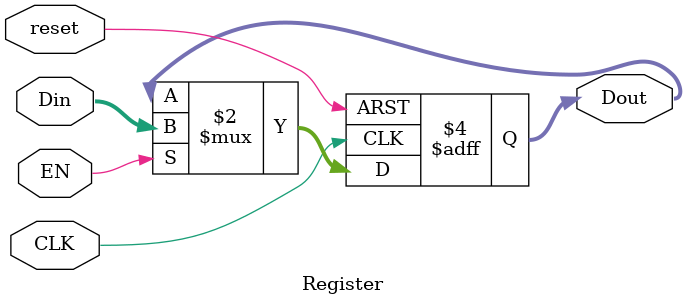
<source format=sv>
`timescale 1ns / 1ps

module Register(
input logic CLK, reset, EN,
input logic [31:0] Din,
output logic [31:0] Dout
    );
    always_ff@(posedge CLK or posedge reset) begin
    if(reset) begin
    Dout <= 32'h00000000; 
    end else begin
    if(EN) begin
    Dout <= Din;
    end
    end
    end
endmodule
</source>
